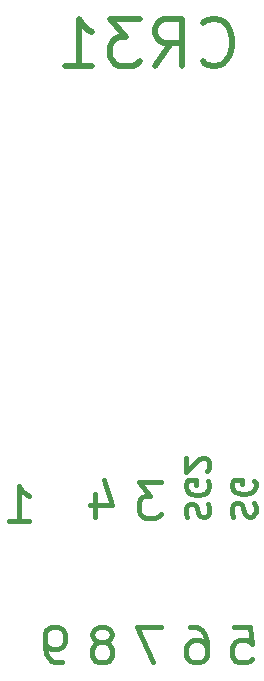
<source format=gbr>
G04 #@! TF.GenerationSoftware,KiCad,Pcbnew,(5.1.4)-1*
G04 #@! TF.CreationDate,2022-04-04T22:54:45-04:00*
G04 #@! TF.ProjectId,CR31,43523331-2e6b-4696-9361-645f70636258,rev?*
G04 #@! TF.SameCoordinates,Original*
G04 #@! TF.FileFunction,Legend,Bot*
G04 #@! TF.FilePolarity,Positive*
%FSLAX46Y46*%
G04 Gerber Fmt 4.6, Leading zero omitted, Abs format (unit mm)*
G04 Created by KiCad (PCBNEW (5.1.4)-1) date 2022-04-04 22:54:45*
%MOMM*%
%LPD*%
G04 APERTURE LIST*
%ADD10C,0.500000*%
%ADD11C,0.400000*%
G04 APERTURE END LIST*
D10*
X54571428Y-49428571D02*
X54761904Y-49619047D01*
X55333333Y-49809523D01*
X55714285Y-49809523D01*
X56285714Y-49619047D01*
X56666666Y-49238095D01*
X56857142Y-48857142D01*
X57047619Y-48095238D01*
X57047619Y-47523809D01*
X56857142Y-46761904D01*
X56666666Y-46380952D01*
X56285714Y-46000000D01*
X55714285Y-45809523D01*
X55333333Y-45809523D01*
X54761904Y-46000000D01*
X54571428Y-46190476D01*
X50571428Y-49809523D02*
X51904761Y-47904761D01*
X52857142Y-49809523D02*
X52857142Y-45809523D01*
X51333333Y-45809523D01*
X50952380Y-46000000D01*
X50761904Y-46190476D01*
X50571428Y-46571428D01*
X50571428Y-47142857D01*
X50761904Y-47523809D01*
X50952380Y-47714285D01*
X51333333Y-47904761D01*
X52857142Y-47904761D01*
X49238095Y-45809523D02*
X46761904Y-45809523D01*
X48095238Y-47333333D01*
X47523809Y-47333333D01*
X47142857Y-47523809D01*
X46952380Y-47714285D01*
X46761904Y-48095238D01*
X46761904Y-49047619D01*
X46952380Y-49428571D01*
X47142857Y-49619047D01*
X47523809Y-49809523D01*
X48666666Y-49809523D01*
X49047619Y-49619047D01*
X49238095Y-49428571D01*
X42952380Y-49809523D02*
X45238095Y-49809523D01*
X44095238Y-49809523D02*
X44095238Y-45809523D01*
X44476190Y-46380952D01*
X44857142Y-46761904D01*
X45238095Y-46952380D01*
D11*
X57185714Y-97307142D02*
X58614285Y-97307142D01*
X58757142Y-98735714D01*
X58614285Y-98592857D01*
X58328571Y-98450000D01*
X57614285Y-98450000D01*
X57328571Y-98592857D01*
X57185714Y-98735714D01*
X57042857Y-99021428D01*
X57042857Y-99735714D01*
X57185714Y-100021428D01*
X57328571Y-100164285D01*
X57614285Y-100307142D01*
X58328571Y-100307142D01*
X58614285Y-100164285D01*
X58757142Y-100021428D01*
X53478571Y-97307142D02*
X54050000Y-97307142D01*
X54335714Y-97450000D01*
X54478571Y-97592857D01*
X54764285Y-98021428D01*
X54907142Y-98592857D01*
X54907142Y-99735714D01*
X54764285Y-100021428D01*
X54621428Y-100164285D01*
X54335714Y-100307142D01*
X53764285Y-100307142D01*
X53478571Y-100164285D01*
X53335714Y-100021428D01*
X53192857Y-99735714D01*
X53192857Y-99021428D01*
X53335714Y-98735714D01*
X53478571Y-98592857D01*
X53764285Y-98450000D01*
X54335714Y-98450000D01*
X54621428Y-98592857D01*
X54764285Y-98735714D01*
X54907142Y-99021428D01*
X51050000Y-97307142D02*
X49050000Y-97307142D01*
X50335714Y-100307142D01*
X46335714Y-98592857D02*
X46621428Y-98450000D01*
X46764285Y-98307142D01*
X46907142Y-98021428D01*
X46907142Y-97878571D01*
X46764285Y-97592857D01*
X46621428Y-97450000D01*
X46335714Y-97307142D01*
X45764285Y-97307142D01*
X45478571Y-97450000D01*
X45335714Y-97592857D01*
X45192857Y-97878571D01*
X45192857Y-98021428D01*
X45335714Y-98307142D01*
X45478571Y-98450000D01*
X45764285Y-98592857D01*
X46335714Y-98592857D01*
X46621428Y-98735714D01*
X46764285Y-98878571D01*
X46907142Y-99164285D01*
X46907142Y-99735714D01*
X46764285Y-100021428D01*
X46621428Y-100164285D01*
X46335714Y-100307142D01*
X45764285Y-100307142D01*
X45478571Y-100164285D01*
X45335714Y-100021428D01*
X45192857Y-99735714D01*
X45192857Y-99164285D01*
X45335714Y-98878571D01*
X45478571Y-98735714D01*
X45764285Y-98592857D01*
X42621428Y-100307142D02*
X42050000Y-100307142D01*
X41764285Y-100164285D01*
X41621428Y-100021428D01*
X41335714Y-99592857D01*
X41192857Y-99021428D01*
X41192857Y-97878571D01*
X41335714Y-97592857D01*
X41478571Y-97450000D01*
X41764285Y-97307142D01*
X42335714Y-97307142D01*
X42621428Y-97450000D01*
X42764285Y-97592857D01*
X42907142Y-97878571D01*
X42907142Y-98592857D01*
X42764285Y-98878571D01*
X42621428Y-99021428D01*
X42335714Y-99164285D01*
X41764285Y-99164285D01*
X41478571Y-99021428D01*
X41335714Y-98878571D01*
X41192857Y-98592857D01*
X57140476Y-87971428D02*
X57045238Y-87685714D01*
X57045238Y-87209523D01*
X57140476Y-87019047D01*
X57235714Y-86923809D01*
X57426190Y-86828571D01*
X57616666Y-86828571D01*
X57807142Y-86923809D01*
X57902380Y-87019047D01*
X57997619Y-87209523D01*
X58092857Y-87590476D01*
X58188095Y-87780952D01*
X58283333Y-87876190D01*
X58473809Y-87971428D01*
X58664285Y-87971428D01*
X58854761Y-87876190D01*
X58950000Y-87780952D01*
X59045238Y-87590476D01*
X59045238Y-87114285D01*
X58950000Y-86828571D01*
X58950000Y-84923809D02*
X59045238Y-85114285D01*
X59045238Y-85400000D01*
X58950000Y-85685714D01*
X58759523Y-85876190D01*
X58569047Y-85971428D01*
X58188095Y-86066666D01*
X57902380Y-86066666D01*
X57521428Y-85971428D01*
X57330952Y-85876190D01*
X57140476Y-85685714D01*
X57045238Y-85400000D01*
X57045238Y-85209523D01*
X57140476Y-84923809D01*
X57235714Y-84828571D01*
X57902380Y-84828571D01*
X57902380Y-85209523D01*
X53240476Y-88023809D02*
X53145238Y-87738095D01*
X53145238Y-87261904D01*
X53240476Y-87071428D01*
X53335714Y-86976190D01*
X53526190Y-86880952D01*
X53716666Y-86880952D01*
X53907142Y-86976190D01*
X54002380Y-87071428D01*
X54097619Y-87261904D01*
X54192857Y-87642857D01*
X54288095Y-87833333D01*
X54383333Y-87928571D01*
X54573809Y-88023809D01*
X54764285Y-88023809D01*
X54954761Y-87928571D01*
X55050000Y-87833333D01*
X55145238Y-87642857D01*
X55145238Y-87166666D01*
X55050000Y-86880952D01*
X55050000Y-84976190D02*
X55145238Y-85166666D01*
X55145238Y-85452380D01*
X55050000Y-85738095D01*
X54859523Y-85928571D01*
X54669047Y-86023809D01*
X54288095Y-86119047D01*
X54002380Y-86119047D01*
X53621428Y-86023809D01*
X53430952Y-85928571D01*
X53240476Y-85738095D01*
X53145238Y-85452380D01*
X53145238Y-85261904D01*
X53240476Y-84976190D01*
X53335714Y-84880952D01*
X54002380Y-84880952D01*
X54002380Y-85261904D01*
X54954761Y-84119047D02*
X55050000Y-84023809D01*
X55145238Y-83833333D01*
X55145238Y-83357142D01*
X55050000Y-83166666D01*
X54954761Y-83071428D01*
X54764285Y-82976190D01*
X54573809Y-82976190D01*
X54288095Y-83071428D01*
X53145238Y-84214285D01*
X53145238Y-82976190D01*
X51000000Y-85057142D02*
X49142857Y-85057142D01*
X50142857Y-86200000D01*
X49714285Y-86200000D01*
X49428571Y-86342857D01*
X49285714Y-86485714D01*
X49142857Y-86771428D01*
X49142857Y-87485714D01*
X49285714Y-87771428D01*
X49428571Y-87914285D01*
X49714285Y-88057142D01*
X50571428Y-88057142D01*
X50857142Y-87914285D01*
X51000000Y-87771428D01*
X45478571Y-86007142D02*
X45478571Y-88007142D01*
X46192857Y-84864285D02*
X46907142Y-87007142D01*
X45050000Y-87007142D01*
X38142857Y-88357142D02*
X39857142Y-88357142D01*
X39000000Y-88357142D02*
X39000000Y-85357142D01*
X39285714Y-85785714D01*
X39571428Y-86071428D01*
X39857142Y-86214285D01*
M02*

</source>
